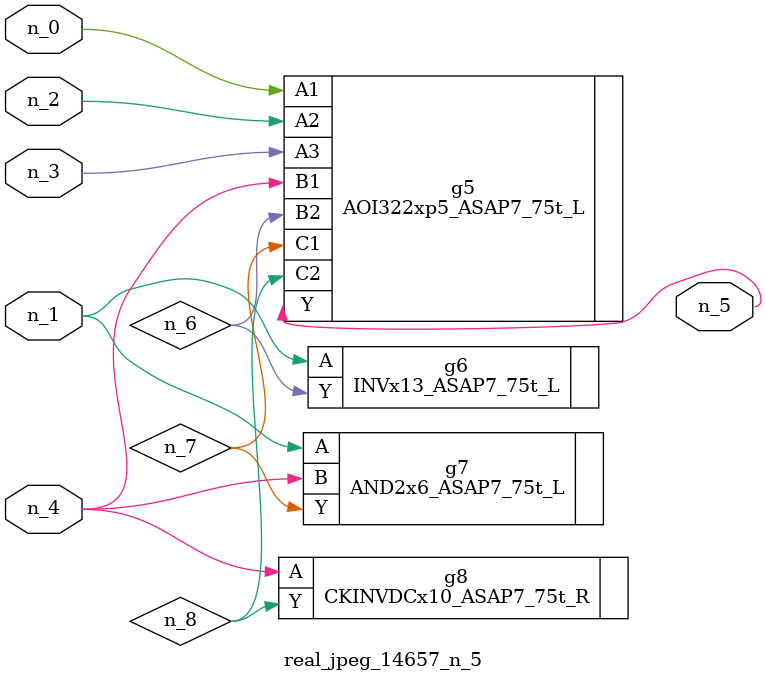
<source format=v>
module real_jpeg_14657_n_5 (n_4, n_0, n_1, n_2, n_3, n_5);

input n_4;
input n_0;
input n_1;
input n_2;
input n_3;

output n_5;

wire n_8;
wire n_6;
wire n_7;

AOI322xp5_ASAP7_75t_L g5 ( 
.A1(n_0),
.A2(n_2),
.A3(n_3),
.B1(n_4),
.B2(n_6),
.C1(n_7),
.C2(n_8),
.Y(n_5)
);

INVx13_ASAP7_75t_L g6 ( 
.A(n_1),
.Y(n_6)
);

AND2x6_ASAP7_75t_L g7 ( 
.A(n_1),
.B(n_4),
.Y(n_7)
);

CKINVDCx10_ASAP7_75t_R g8 ( 
.A(n_4),
.Y(n_8)
);


endmodule
</source>
